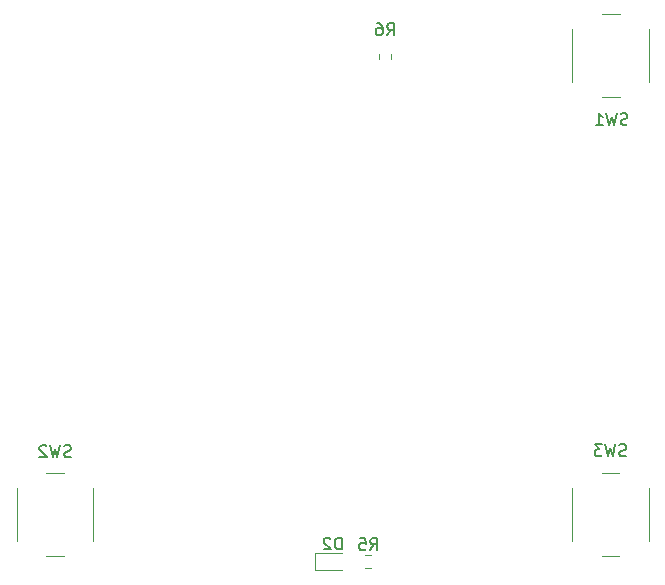
<source format=gbr>
%TF.GenerationSoftware,KiCad,Pcbnew,(6.0.11)*%
%TF.CreationDate,2023-04-24T21:00:32-04:00*%
%TF.ProjectId,GC Nano Top,4743204e-616e-46f2-9054-6f702e6b6963,rev?*%
%TF.SameCoordinates,Original*%
%TF.FileFunction,Legend,Bot*%
%TF.FilePolarity,Positive*%
%FSLAX46Y46*%
G04 Gerber Fmt 4.6, Leading zero omitted, Abs format (unit mm)*
G04 Created by KiCad (PCBNEW (6.0.11)) date 2023-04-24 21:00:32*
%MOMM*%
%LPD*%
G01*
G04 APERTURE LIST*
%ADD10C,0.150000*%
%ADD11C,0.120000*%
G04 APERTURE END LIST*
D10*
%TO.C,R6*%
X165416666Y-46202380D02*
X165750000Y-45726190D01*
X165988095Y-46202380D02*
X165988095Y-45202380D01*
X165607142Y-45202380D01*
X165511904Y-45250000D01*
X165464285Y-45297619D01*
X165416666Y-45392857D01*
X165416666Y-45535714D01*
X165464285Y-45630952D01*
X165511904Y-45678571D01*
X165607142Y-45726190D01*
X165988095Y-45726190D01*
X164559523Y-45202380D02*
X164750000Y-45202380D01*
X164845238Y-45250000D01*
X164892857Y-45297619D01*
X164988095Y-45440476D01*
X165035714Y-45630952D01*
X165035714Y-46011904D01*
X164988095Y-46107142D01*
X164940476Y-46154761D01*
X164845238Y-46202380D01*
X164654761Y-46202380D01*
X164559523Y-46154761D01*
X164511904Y-46107142D01*
X164464285Y-46011904D01*
X164464285Y-45773809D01*
X164511904Y-45678571D01*
X164559523Y-45630952D01*
X164654761Y-45583333D01*
X164845238Y-45583333D01*
X164940476Y-45630952D01*
X164988095Y-45678571D01*
X165035714Y-45773809D01*
%TO.C,SW3*%
X185658333Y-81804761D02*
X185515476Y-81852380D01*
X185277380Y-81852380D01*
X185182142Y-81804761D01*
X185134523Y-81757142D01*
X185086904Y-81661904D01*
X185086904Y-81566666D01*
X185134523Y-81471428D01*
X185182142Y-81423809D01*
X185277380Y-81376190D01*
X185467857Y-81328571D01*
X185563095Y-81280952D01*
X185610714Y-81233333D01*
X185658333Y-81138095D01*
X185658333Y-81042857D01*
X185610714Y-80947619D01*
X185563095Y-80900000D01*
X185467857Y-80852380D01*
X185229761Y-80852380D01*
X185086904Y-80900000D01*
X184753571Y-80852380D02*
X184515476Y-81852380D01*
X184325000Y-81138095D01*
X184134523Y-81852380D01*
X183896428Y-80852380D01*
X183610714Y-80852380D02*
X182991666Y-80852380D01*
X183325000Y-81233333D01*
X183182142Y-81233333D01*
X183086904Y-81280952D01*
X183039285Y-81328571D01*
X182991666Y-81423809D01*
X182991666Y-81661904D01*
X183039285Y-81757142D01*
X183086904Y-81804761D01*
X183182142Y-81852380D01*
X183467857Y-81852380D01*
X183563095Y-81804761D01*
X183610714Y-81757142D01*
%TO.C,R5*%
X163996666Y-89797380D02*
X164330000Y-89321190D01*
X164568095Y-89797380D02*
X164568095Y-88797380D01*
X164187142Y-88797380D01*
X164091904Y-88845000D01*
X164044285Y-88892619D01*
X163996666Y-88987857D01*
X163996666Y-89130714D01*
X164044285Y-89225952D01*
X164091904Y-89273571D01*
X164187142Y-89321190D01*
X164568095Y-89321190D01*
X163091904Y-88797380D02*
X163568095Y-88797380D01*
X163615714Y-89273571D01*
X163568095Y-89225952D01*
X163472857Y-89178333D01*
X163234761Y-89178333D01*
X163139523Y-89225952D01*
X163091904Y-89273571D01*
X163044285Y-89368809D01*
X163044285Y-89606904D01*
X163091904Y-89702142D01*
X163139523Y-89749761D01*
X163234761Y-89797380D01*
X163472857Y-89797380D01*
X163568095Y-89749761D01*
X163615714Y-89702142D01*
%TO.C,SW1*%
X185758333Y-53754761D02*
X185615476Y-53802380D01*
X185377380Y-53802380D01*
X185282142Y-53754761D01*
X185234523Y-53707142D01*
X185186904Y-53611904D01*
X185186904Y-53516666D01*
X185234523Y-53421428D01*
X185282142Y-53373809D01*
X185377380Y-53326190D01*
X185567857Y-53278571D01*
X185663095Y-53230952D01*
X185710714Y-53183333D01*
X185758333Y-53088095D01*
X185758333Y-52992857D01*
X185710714Y-52897619D01*
X185663095Y-52850000D01*
X185567857Y-52802380D01*
X185329761Y-52802380D01*
X185186904Y-52850000D01*
X184853571Y-52802380D02*
X184615476Y-53802380D01*
X184425000Y-53088095D01*
X184234523Y-53802380D01*
X183996428Y-52802380D01*
X183091666Y-53802380D02*
X183663095Y-53802380D01*
X183377380Y-53802380D02*
X183377380Y-52802380D01*
X183472619Y-52945238D01*
X183567857Y-53040476D01*
X183663095Y-53088095D01*
%TO.C,SW2*%
X138658333Y-81879761D02*
X138515476Y-81927380D01*
X138277380Y-81927380D01*
X138182142Y-81879761D01*
X138134523Y-81832142D01*
X138086904Y-81736904D01*
X138086904Y-81641666D01*
X138134523Y-81546428D01*
X138182142Y-81498809D01*
X138277380Y-81451190D01*
X138467857Y-81403571D01*
X138563095Y-81355952D01*
X138610714Y-81308333D01*
X138658333Y-81213095D01*
X138658333Y-81117857D01*
X138610714Y-81022619D01*
X138563095Y-80975000D01*
X138467857Y-80927380D01*
X138229761Y-80927380D01*
X138086904Y-80975000D01*
X137753571Y-80927380D02*
X137515476Y-81927380D01*
X137325000Y-81213095D01*
X137134523Y-81927380D01*
X136896428Y-80927380D01*
X136563095Y-81022619D02*
X136515476Y-80975000D01*
X136420238Y-80927380D01*
X136182142Y-80927380D01*
X136086904Y-80975000D01*
X136039285Y-81022619D01*
X135991666Y-81117857D01*
X135991666Y-81213095D01*
X136039285Y-81355952D01*
X136610714Y-81927380D01*
X135991666Y-81927380D01*
%TO.C,D2*%
X161563095Y-89744380D02*
X161563095Y-88744380D01*
X161325000Y-88744380D01*
X161182142Y-88792000D01*
X161086904Y-88887238D01*
X161039285Y-88982476D01*
X160991666Y-89172952D01*
X160991666Y-89315809D01*
X161039285Y-89506285D01*
X161086904Y-89601523D01*
X161182142Y-89696761D01*
X161325000Y-89744380D01*
X161563095Y-89744380D01*
X160610714Y-88839619D02*
X160563095Y-88792000D01*
X160467857Y-88744380D01*
X160229761Y-88744380D01*
X160134523Y-88792000D01*
X160086904Y-88839619D01*
X160039285Y-88934857D01*
X160039285Y-89030095D01*
X160086904Y-89172952D01*
X160658333Y-89744380D01*
X160039285Y-89744380D01*
D11*
%TO.C,R6*%
X164727500Y-48237258D02*
X164727500Y-47762742D01*
X165772500Y-48237258D02*
X165772500Y-47762742D01*
%TO.C,SW3*%
X181075000Y-89025000D02*
X181075000Y-84525000D01*
X187575000Y-84525000D02*
X187575000Y-89025000D01*
X185075000Y-90275000D02*
X183575000Y-90275000D01*
X183575000Y-83275000D02*
X185075000Y-83275000D01*
%TO.C,R5*%
X164067258Y-91297500D02*
X163592742Y-91297500D01*
X164067258Y-90252500D02*
X163592742Y-90252500D01*
%TO.C,SW1*%
X183600000Y-44425000D02*
X185100000Y-44425000D01*
X187600000Y-45675000D02*
X187600000Y-50175000D01*
X185100000Y-51425000D02*
X183600000Y-51425000D01*
X181100000Y-50175000D02*
X181100000Y-45675000D01*
%TO.C,SW2*%
X136550000Y-83300000D02*
X138050000Y-83300000D01*
X138050000Y-90300000D02*
X136550000Y-90300000D01*
X140550000Y-84550000D02*
X140550000Y-89050000D01*
X134050000Y-89050000D02*
X134050000Y-84550000D01*
%TO.C,D2*%
X159320000Y-91510000D02*
X159320000Y-90040000D01*
X159320000Y-90040000D02*
X161605000Y-90040000D01*
X161605000Y-91510000D02*
X159320000Y-91510000D01*
%TD*%
M02*

</source>
